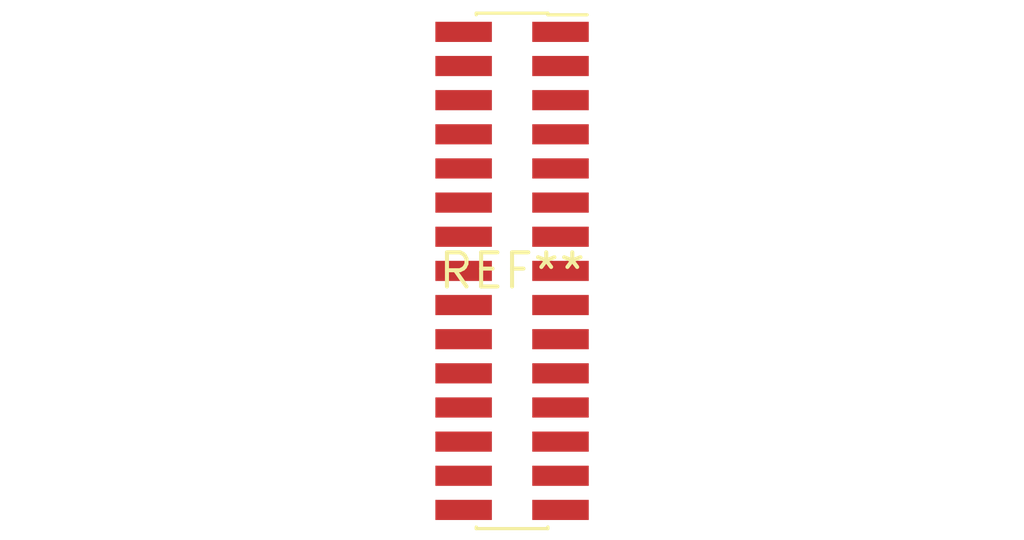
<source format=kicad_pcb>
(kicad_pcb (version 20240108) (generator pcbnew)
  (layers (0 "F.Cu" signal) (31 "B.Cu" signal) (34 "B.Paste" user) (35 "F.Paste" user) (36 "B.SilkS" user "B.Silkscreen") (37 "F.SilkS" user "F.Silkscreen") (38 "B.Mask" user) (39 "F.Mask" user) (44 "Edge.Cuts" user))
  (net 0 "")
  (footprint "PinSocket_2x15_P1.27mm_Vertical_SMD" (layer "F.Cu") (at 0 0)
    (property "Reference" "REF**")
    (property "Value" "PinSocket_2x15_P1.27mm_Vertical_SMD")
    (fp_line (start -1.33 -9.585) (end -1.33 -9.525) (layer "F.SilkS") (stroke (width 0.12)))
    (fp_line (start -1.33 -9.585) (end 1.33 -9.585) (layer "F.SilkS") (stroke (width 0.12)))
    (fp_line (start -1.33 9.525) (end -1.33 9.585) (layer "F.SilkS") (stroke (width 0.12)))
    (fp_line (start -1.33 9.585) (end 1.33 9.585) (layer "F.SilkS") (stroke (width 0.12)))
    (fp_line (start 1.33 -9.585) (end 1.33 -9.525) (layer "F.SilkS") (stroke (width 0.12)))
    (fp_line (start 1.33 -9.525) (end 2.79 -9.525) (layer "F.SilkS") (stroke (width 0.12)))
    (fp_line (start 1.33 9.525) (end 1.33 9.585) (layer "F.SilkS") (stroke (width 0.12)))
    (pad "1" smd rect (at 1.8 -8.89) (size 2.1 0.75) (layers "F.Cu" "F.Paste" "F.Mask"))
    (pad "2" smd rect (at -1.8 -8.89) (size 2.1 0.75) (layers "F.Cu" "F.Paste" "F.Mask"))
    (pad "3" smd rect (at 1.8 -7.62) (size 2.1 0.75) (layers "F.Cu" "F.Paste" "F.Mask"))
    (pad "4" smd rect (at -1.8 -7.62) (size 2.1 0.75) (layers "F.Cu" "F.Paste" "F.Mask"))
    (pad "5" smd rect (at 1.8 -6.35) (size 2.1 0.75) (layers "F.Cu" "F.Paste" "F.Mask"))
    (pad "6" smd rect (at -1.8 -6.35) (size 2.1 0.75) (layers "F.Cu" "F.Paste" "F.Mask"))
    (pad "7" smd rect (at 1.8 -5.08) (size 2.1 0.75) (layers "F.Cu" "F.Paste" "F.Mask"))
    (pad "8" smd rect (at -1.8 -5.08) (size 2.1 0.75) (layers "F.Cu" "F.Paste" "F.Mask"))
    (pad "9" smd rect (at 1.8 -3.81) (size 2.1 0.75) (layers "F.Cu" "F.Paste" "F.Mask"))
    (pad "10" smd rect (at -1.8 -3.81) (size 2.1 0.75) (layers "F.Cu" "F.Paste" "F.Mask"))
    (pad "11" smd rect (at 1.8 -2.54) (size 2.1 0.75) (layers "F.Cu" "F.Paste" "F.Mask"))
    (pad "12" smd rect (at -1.8 -2.54) (size 2.1 0.75) (layers "F.Cu" "F.Paste" "F.Mask"))
    (pad "13" smd rect (at 1.8 -1.27) (size 2.1 0.75) (layers "F.Cu" "F.Paste" "F.Mask"))
    (pad "14" smd rect (at -1.8 -1.27) (size 2.1 0.75) (layers "F.Cu" "F.Paste" "F.Mask"))
    (pad "15" smd rect (at 1.8 0) (size 2.1 0.75) (layers "F.Cu" "F.Paste" "F.Mask"))
    (pad "16" smd rect (at -1.8 0) (size 2.1 0.75) (layers "F.Cu" "F.Paste" "F.Mask"))
    (pad "17" smd rect (at 1.8 1.27) (size 2.1 0.75) (layers "F.Cu" "F.Paste" "F.Mask"))
    (pad "18" smd rect (at -1.8 1.27) (size 2.1 0.75) (layers "F.Cu" "F.Paste" "F.Mask"))
    (pad "19" smd rect (at 1.8 2.54) (size 2.1 0.75) (layers "F.Cu" "F.Paste" "F.Mask"))
    (pad "20" smd rect (at -1.8 2.54) (size 2.1 0.75) (layers "F.Cu" "F.Paste" "F.Mask"))
    (pad "21" smd rect (at 1.8 3.81) (size 2.1 0.75) (layers "F.Cu" "F.Paste" "F.Mask"))
    (pad "22" smd rect (at -1.8 3.81) (size 2.1 0.75) (layers "F.Cu" "F.Paste" "F.Mask"))
    (pad "23" smd rect (at 1.8 5.08) (size 2.1 0.75) (layers "F.Cu" "F.Paste" "F.Mask"))
    (pad "24" smd rect (at -1.8 5.08) (size 2.1 0.75) (layers "F.Cu" "F.Paste" "F.Mask"))
    (pad "25" smd rect (at 1.8 6.35) (size 2.1 0.75) (layers "F.Cu" "F.Paste" "F.Mask"))
    (pad "26" smd rect (at -1.8 6.35) (size 2.1 0.75) (layers "F.Cu" "F.Paste" "F.Mask"))
    (pad "27" smd rect (at 1.8 7.62) (size 2.1 0.75) (layers "F.Cu" "F.Paste" "F.Mask"))
    (pad "28" smd rect (at -1.8 7.62) (size 2.1 0.75) (layers "F.Cu" "F.Paste" "F.Mask"))
    (pad "29" smd rect (at 1.8 8.89) (size 2.1 0.75) (layers "F.Cu" "F.Paste" "F.Mask"))
    (pad "30" smd rect (at -1.8 8.89) (size 2.1 0.75) (layers "F.Cu" "F.Paste" "F.Mask"))
  )
)
</source>
